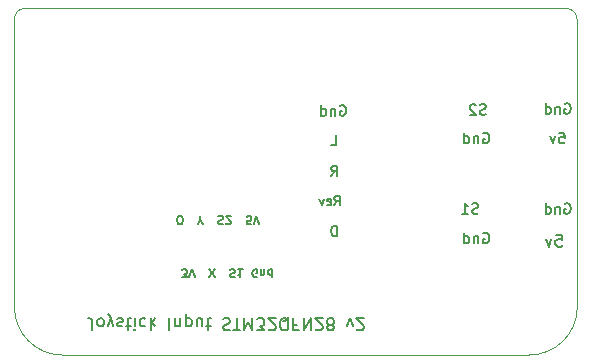
<source format=gbr>
G04 #@! TF.GenerationSoftware,KiCad,Pcbnew,(6.0.0)*
G04 #@! TF.CreationDate,2022-07-24T22:02:11-05:00*
G04 #@! TF.ProjectId,InputJoyStickSTM32QFN28,496e7075-744a-46f7-9953-7469636b5354,rev?*
G04 #@! TF.SameCoordinates,Original*
G04 #@! TF.FileFunction,Legend,Bot*
G04 #@! TF.FilePolarity,Positive*
%FSLAX46Y46*%
G04 Gerber Fmt 4.6, Leading zero omitted, Abs format (unit mm)*
G04 Created by KiCad (PCBNEW (6.0.0)) date 2022-07-24 22:02:11*
%MOMM*%
%LPD*%
G01*
G04 APERTURE LIST*
%ADD10C,0.152400*%
%ADD11C,0.187500*%
G04 #@! TA.AperFunction,Profile*
%ADD12C,0.050000*%
G04 #@! TD*
%ADD13C,0.175000*%
G04 APERTURE END LIST*
D10*
X172271500Y-104455500D02*
X172356166Y-104413166D01*
X172483166Y-104413166D01*
X172610166Y-104455500D01*
X172694833Y-104540166D01*
X172737166Y-104624833D01*
X172779500Y-104794166D01*
X172779500Y-104921166D01*
X172737166Y-105090500D01*
X172694833Y-105175166D01*
X172610166Y-105259833D01*
X172483166Y-105302166D01*
X172398500Y-105302166D01*
X172271500Y-105259833D01*
X172229166Y-105217500D01*
X172229166Y-104921166D01*
X172398500Y-104921166D01*
X171848166Y-104709500D02*
X171848166Y-105302166D01*
X171848166Y-104794166D02*
X171805833Y-104751833D01*
X171721166Y-104709500D01*
X171594166Y-104709500D01*
X171509500Y-104751833D01*
X171467166Y-104836500D01*
X171467166Y-105302166D01*
X170662833Y-105302166D02*
X170662833Y-104413166D01*
X170662833Y-105259833D02*
X170747500Y-105302166D01*
X170916833Y-105302166D01*
X171001500Y-105259833D01*
X171043833Y-105217500D01*
X171086166Y-105132833D01*
X171086166Y-104878833D01*
X171043833Y-104794166D01*
X171001500Y-104751833D01*
X170916833Y-104709500D01*
X170747500Y-104709500D01*
X170662833Y-104751833D01*
X172271500Y-95955500D02*
X172356166Y-95913166D01*
X172483166Y-95913166D01*
X172610166Y-95955500D01*
X172694833Y-96040166D01*
X172737166Y-96124833D01*
X172779500Y-96294166D01*
X172779500Y-96421166D01*
X172737166Y-96590500D01*
X172694833Y-96675166D01*
X172610166Y-96759833D01*
X172483166Y-96802166D01*
X172398500Y-96802166D01*
X172271500Y-96759833D01*
X172229166Y-96717500D01*
X172229166Y-96421166D01*
X172398500Y-96421166D01*
X171848166Y-96209500D02*
X171848166Y-96802166D01*
X171848166Y-96294166D02*
X171805833Y-96251833D01*
X171721166Y-96209500D01*
X171594166Y-96209500D01*
X171509500Y-96251833D01*
X171467166Y-96336500D01*
X171467166Y-96802166D01*
X170662833Y-96802166D02*
X170662833Y-95913166D01*
X170662833Y-96759833D02*
X170747500Y-96802166D01*
X170916833Y-96802166D01*
X171001500Y-96759833D01*
X171043833Y-96717500D01*
X171086166Y-96632833D01*
X171086166Y-96378833D01*
X171043833Y-96294166D01*
X171001500Y-96251833D01*
X170916833Y-96209500D01*
X170747500Y-96209500D01*
X170662833Y-96251833D01*
X178727000Y-95913166D02*
X179150333Y-95913166D01*
X179192666Y-96336500D01*
X179150333Y-96294166D01*
X179065666Y-96251833D01*
X178854000Y-96251833D01*
X178769333Y-96294166D01*
X178727000Y-96336500D01*
X178684666Y-96421166D01*
X178684666Y-96632833D01*
X178727000Y-96717500D01*
X178769333Y-96759833D01*
X178854000Y-96802166D01*
X179065666Y-96802166D01*
X179150333Y-96759833D01*
X179192666Y-96717500D01*
X178388333Y-96209500D02*
X178176666Y-96802166D01*
X177965000Y-96209500D01*
D11*
X172477333Y-94359833D02*
X172350333Y-94402166D01*
X172138666Y-94402166D01*
X172054000Y-94359833D01*
X172011666Y-94317500D01*
X171969333Y-94232833D01*
X171969333Y-94148166D01*
X172011666Y-94063500D01*
X172054000Y-94021166D01*
X172138666Y-93978833D01*
X172308000Y-93936500D01*
X172392666Y-93894166D01*
X172435000Y-93851833D01*
X172477333Y-93767166D01*
X172477333Y-93682500D01*
X172435000Y-93597833D01*
X172392666Y-93555500D01*
X172308000Y-93513166D01*
X172096333Y-93513166D01*
X171969333Y-93555500D01*
X171630666Y-93597833D02*
X171588333Y-93555500D01*
X171503666Y-93513166D01*
X171292000Y-93513166D01*
X171207333Y-93555500D01*
X171165000Y-93597833D01*
X171122666Y-93682500D01*
X171122666Y-93767166D01*
X171165000Y-93894166D01*
X171673000Y-94402166D01*
X171122666Y-94402166D01*
X171877333Y-102759833D02*
X171750333Y-102802166D01*
X171538666Y-102802166D01*
X171454000Y-102759833D01*
X171411666Y-102717500D01*
X171369333Y-102632833D01*
X171369333Y-102548166D01*
X171411666Y-102463500D01*
X171454000Y-102421166D01*
X171538666Y-102378833D01*
X171708000Y-102336500D01*
X171792666Y-102294166D01*
X171835000Y-102251833D01*
X171877333Y-102167166D01*
X171877333Y-102082500D01*
X171835000Y-101997833D01*
X171792666Y-101955500D01*
X171708000Y-101913166D01*
X171496333Y-101913166D01*
X171369333Y-101955500D01*
X170522666Y-102802166D02*
X171030666Y-102802166D01*
X170776666Y-102802166D02*
X170776666Y-101913166D01*
X170861333Y-102040166D01*
X170946000Y-102124833D01*
X171030666Y-102167166D01*
D10*
X179171500Y-93455500D02*
X179256166Y-93413166D01*
X179383166Y-93413166D01*
X179510166Y-93455500D01*
X179594833Y-93540166D01*
X179637166Y-93624833D01*
X179679500Y-93794166D01*
X179679500Y-93921166D01*
X179637166Y-94090500D01*
X179594833Y-94175166D01*
X179510166Y-94259833D01*
X179383166Y-94302166D01*
X179298500Y-94302166D01*
X179171500Y-94259833D01*
X179129166Y-94217500D01*
X179129166Y-93921166D01*
X179298500Y-93921166D01*
X178748166Y-93709500D02*
X178748166Y-94302166D01*
X178748166Y-93794166D02*
X178705833Y-93751833D01*
X178621166Y-93709500D01*
X178494166Y-93709500D01*
X178409500Y-93751833D01*
X178367166Y-93836500D01*
X178367166Y-94302166D01*
X177562833Y-94302166D02*
X177562833Y-93413166D01*
X177562833Y-94259833D02*
X177647500Y-94302166D01*
X177816833Y-94302166D01*
X177901500Y-94259833D01*
X177943833Y-94217500D01*
X177986166Y-94132833D01*
X177986166Y-93878833D01*
X177943833Y-93794166D01*
X177901500Y-93751833D01*
X177816833Y-93709500D01*
X177647500Y-93709500D01*
X177562833Y-93751833D01*
X160171500Y-93655500D02*
X160256166Y-93613166D01*
X160383166Y-93613166D01*
X160510166Y-93655500D01*
X160594833Y-93740166D01*
X160637166Y-93824833D01*
X160679500Y-93994166D01*
X160679500Y-94121166D01*
X160637166Y-94290500D01*
X160594833Y-94375166D01*
X160510166Y-94459833D01*
X160383166Y-94502166D01*
X160298500Y-94502166D01*
X160171500Y-94459833D01*
X160129166Y-94417500D01*
X160129166Y-94121166D01*
X160298500Y-94121166D01*
X159748166Y-93909500D02*
X159748166Y-94502166D01*
X159748166Y-93994166D02*
X159705833Y-93951833D01*
X159621166Y-93909500D01*
X159494166Y-93909500D01*
X159409500Y-93951833D01*
X159367166Y-94036500D01*
X159367166Y-94502166D01*
X158562833Y-94502166D02*
X158562833Y-93613166D01*
X158562833Y-94459833D02*
X158647500Y-94502166D01*
X158816833Y-94502166D01*
X158901500Y-94459833D01*
X158943833Y-94417500D01*
X158986166Y-94332833D01*
X158986166Y-94078833D01*
X158943833Y-93994166D01*
X158901500Y-93951833D01*
X158816833Y-93909500D01*
X158647500Y-93909500D01*
X158562833Y-93951833D01*
D12*
X180239940Y-86360000D02*
G75*
G03*
X179279873Y-85389743I-965162J5095D01*
G01*
X133489685Y-85389720D02*
G75*
G03*
X132588000Y-86296602I0J-901700D01*
G01*
D10*
X159424833Y-97002166D02*
X159848166Y-97002166D01*
X159848166Y-96113166D01*
X159932833Y-104702166D02*
X159932833Y-103813166D01*
X159721166Y-103813166D01*
X159594166Y-103855500D01*
X159509500Y-103940166D01*
X159467166Y-104024833D01*
X159424833Y-104194166D01*
X159424833Y-104321166D01*
X159467166Y-104490500D01*
X159509500Y-104575166D01*
X159594166Y-104659833D01*
X159721166Y-104702166D01*
X159932833Y-104702166D01*
X159424833Y-99602166D02*
X159721166Y-99178833D01*
X159932833Y-99602166D02*
X159932833Y-98713166D01*
X159594166Y-98713166D01*
X159509500Y-98755500D01*
X159467166Y-98797833D01*
X159424833Y-98882500D01*
X159424833Y-99009500D01*
X159467166Y-99094166D01*
X159509500Y-99136500D01*
X159594166Y-99178833D01*
X159932833Y-99178833D01*
X159681000Y-102044714D02*
X159935000Y-101681857D01*
X160116428Y-102044714D02*
X160116428Y-101282714D01*
X159826142Y-101282714D01*
X159753571Y-101319000D01*
X159717285Y-101355285D01*
X159681000Y-101427857D01*
X159681000Y-101536714D01*
X159717285Y-101609285D01*
X159753571Y-101645571D01*
X159826142Y-101681857D01*
X160116428Y-101681857D01*
X159064142Y-102008428D02*
X159136714Y-102044714D01*
X159281857Y-102044714D01*
X159354428Y-102008428D01*
X159390714Y-101935857D01*
X159390714Y-101645571D01*
X159354428Y-101573000D01*
X159281857Y-101536714D01*
X159136714Y-101536714D01*
X159064142Y-101573000D01*
X159027857Y-101645571D01*
X159027857Y-101718142D01*
X159390714Y-101790714D01*
X158773857Y-101536714D02*
X158592428Y-102044714D01*
X158411000Y-101536714D01*
X179171500Y-101955500D02*
X179256166Y-101913166D01*
X179383166Y-101913166D01*
X179510166Y-101955500D01*
X179594833Y-102040166D01*
X179637166Y-102124833D01*
X179679500Y-102294166D01*
X179679500Y-102421166D01*
X179637166Y-102590500D01*
X179594833Y-102675166D01*
X179510166Y-102759833D01*
X179383166Y-102802166D01*
X179298500Y-102802166D01*
X179171500Y-102759833D01*
X179129166Y-102717500D01*
X179129166Y-102421166D01*
X179298500Y-102421166D01*
X178748166Y-102209500D02*
X178748166Y-102802166D01*
X178748166Y-102294166D02*
X178705833Y-102251833D01*
X178621166Y-102209500D01*
X178494166Y-102209500D01*
X178409500Y-102251833D01*
X178367166Y-102336500D01*
X178367166Y-102802166D01*
X177562833Y-102802166D02*
X177562833Y-101913166D01*
X177562833Y-102759833D02*
X177647500Y-102802166D01*
X177816833Y-102802166D01*
X177901500Y-102759833D01*
X177943833Y-102717500D01*
X177986166Y-102632833D01*
X177986166Y-102378833D01*
X177943833Y-102294166D01*
X177901500Y-102251833D01*
X177816833Y-102209500D01*
X177647500Y-102209500D01*
X177562833Y-102251833D01*
D13*
X146759200Y-108174333D02*
X147192533Y-108174333D01*
X146959200Y-107907666D01*
X147059200Y-107907666D01*
X147125866Y-107874333D01*
X147159200Y-107841000D01*
X147192533Y-107774333D01*
X147192533Y-107607666D01*
X147159200Y-107541000D01*
X147125866Y-107507666D01*
X147059200Y-107474333D01*
X146859200Y-107474333D01*
X146792533Y-107507666D01*
X146759200Y-107541000D01*
X147392533Y-108174333D02*
X147625866Y-107474333D01*
X147859200Y-108174333D01*
X149092533Y-108174333D02*
X149559200Y-107474333D01*
X149559200Y-108174333D02*
X149092533Y-107474333D01*
X150859200Y-107507666D02*
X150959200Y-107474333D01*
X151125866Y-107474333D01*
X151192533Y-107507666D01*
X151225866Y-107541000D01*
X151259200Y-107607666D01*
X151259200Y-107674333D01*
X151225866Y-107741000D01*
X151192533Y-107774333D01*
X151125866Y-107807666D01*
X150992533Y-107841000D01*
X150925866Y-107874333D01*
X150892533Y-107907666D01*
X150859200Y-107974333D01*
X150859200Y-108041000D01*
X150892533Y-108107666D01*
X150925866Y-108141000D01*
X150992533Y-108174333D01*
X151159200Y-108174333D01*
X151259200Y-108141000D01*
X151925866Y-107474333D02*
X151525866Y-107474333D01*
X151725866Y-107474333D02*
X151725866Y-108174333D01*
X151659200Y-108074333D01*
X151592533Y-108007666D01*
X151525866Y-107974333D01*
X153125866Y-108141000D02*
X153059200Y-108174333D01*
X152959200Y-108174333D01*
X152859200Y-108141000D01*
X152792533Y-108074333D01*
X152759200Y-108007666D01*
X152725866Y-107874333D01*
X152725866Y-107774333D01*
X152759200Y-107641000D01*
X152792533Y-107574333D01*
X152859200Y-107507666D01*
X152959200Y-107474333D01*
X153025866Y-107474333D01*
X153125866Y-107507666D01*
X153159200Y-107541000D01*
X153159200Y-107774333D01*
X153025866Y-107774333D01*
X153459200Y-107941000D02*
X153459200Y-107474333D01*
X153459200Y-107874333D02*
X153492533Y-107907666D01*
X153559200Y-107941000D01*
X153659200Y-107941000D01*
X153725866Y-107907666D01*
X153759200Y-107841000D01*
X153759200Y-107474333D01*
X154392533Y-107474333D02*
X154392533Y-108174333D01*
X154392533Y-107507666D02*
X154325866Y-107474333D01*
X154192533Y-107474333D01*
X154125866Y-107507666D01*
X154092533Y-107541000D01*
X154059200Y-107607666D01*
X154059200Y-107807666D01*
X154092533Y-107874333D01*
X154125866Y-107907666D01*
X154192533Y-107941000D01*
X154325866Y-107941000D01*
X154392533Y-107907666D01*
X146542533Y-103666333D02*
X146675866Y-103666333D01*
X146742533Y-103633000D01*
X146809200Y-103566333D01*
X146842533Y-103433000D01*
X146842533Y-103199666D01*
X146809200Y-103066333D01*
X146742533Y-102999666D01*
X146675866Y-102966333D01*
X146542533Y-102966333D01*
X146475866Y-102999666D01*
X146409200Y-103066333D01*
X146375866Y-103199666D01*
X146375866Y-103433000D01*
X146409200Y-103566333D01*
X146475866Y-103633000D01*
X146542533Y-103666333D01*
X148342533Y-103299666D02*
X148342533Y-102966333D01*
X148109200Y-103666333D02*
X148342533Y-103299666D01*
X148575866Y-103666333D01*
X149842533Y-102999666D02*
X149942533Y-102966333D01*
X150109200Y-102966333D01*
X150175866Y-102999666D01*
X150209200Y-103033000D01*
X150242533Y-103099666D01*
X150242533Y-103166333D01*
X150209200Y-103233000D01*
X150175866Y-103266333D01*
X150109200Y-103299666D01*
X149975866Y-103333000D01*
X149909200Y-103366333D01*
X149875866Y-103399666D01*
X149842533Y-103466333D01*
X149842533Y-103533000D01*
X149875866Y-103599666D01*
X149909200Y-103633000D01*
X149975866Y-103666333D01*
X150142533Y-103666333D01*
X150242533Y-103633000D01*
X150509200Y-103599666D02*
X150542533Y-103633000D01*
X150609200Y-103666333D01*
X150775866Y-103666333D01*
X150842533Y-103633000D01*
X150875866Y-103599666D01*
X150909200Y-103533000D01*
X150909200Y-103466333D01*
X150875866Y-103366333D01*
X150475866Y-102966333D01*
X150909200Y-102966333D01*
X152609200Y-103666333D02*
X152275866Y-103666333D01*
X152242533Y-103333000D01*
X152275866Y-103366333D01*
X152342533Y-103399666D01*
X152509200Y-103399666D01*
X152575866Y-103366333D01*
X152609200Y-103333000D01*
X152642533Y-103266333D01*
X152642533Y-103099666D01*
X152609200Y-103033000D01*
X152575866Y-102999666D01*
X152509200Y-102966333D01*
X152342533Y-102966333D01*
X152275866Y-102999666D01*
X152242533Y-103033000D01*
X152842533Y-103666333D02*
X153075866Y-102966333D01*
X153309200Y-103666333D01*
D11*
X139178857Y-112656380D02*
X139178857Y-111930666D01*
X139130476Y-111785523D01*
X139033714Y-111688761D01*
X138888571Y-111640380D01*
X138791809Y-111640380D01*
X139807809Y-111640380D02*
X139711047Y-111688761D01*
X139662666Y-111737142D01*
X139614285Y-111833904D01*
X139614285Y-112124190D01*
X139662666Y-112220952D01*
X139711047Y-112269333D01*
X139807809Y-112317714D01*
X139952952Y-112317714D01*
X140049714Y-112269333D01*
X140098095Y-112220952D01*
X140146476Y-112124190D01*
X140146476Y-111833904D01*
X140098095Y-111737142D01*
X140049714Y-111688761D01*
X139952952Y-111640380D01*
X139807809Y-111640380D01*
X140485142Y-112317714D02*
X140727047Y-111640380D01*
X140968952Y-112317714D02*
X140727047Y-111640380D01*
X140630285Y-111398476D01*
X140581904Y-111350095D01*
X140485142Y-111301714D01*
X141307619Y-111688761D02*
X141404380Y-111640380D01*
X141597904Y-111640380D01*
X141694666Y-111688761D01*
X141743047Y-111785523D01*
X141743047Y-111833904D01*
X141694666Y-111930666D01*
X141597904Y-111979047D01*
X141452761Y-111979047D01*
X141356000Y-112027428D01*
X141307619Y-112124190D01*
X141307619Y-112172571D01*
X141356000Y-112269333D01*
X141452761Y-112317714D01*
X141597904Y-112317714D01*
X141694666Y-112269333D01*
X142033333Y-112317714D02*
X142420380Y-112317714D01*
X142178476Y-112656380D02*
X142178476Y-111785523D01*
X142226857Y-111688761D01*
X142323619Y-111640380D01*
X142420380Y-111640380D01*
X142759047Y-111640380D02*
X142759047Y-112317714D01*
X142759047Y-112656380D02*
X142710666Y-112608000D01*
X142759047Y-112559619D01*
X142807428Y-112608000D01*
X142759047Y-112656380D01*
X142759047Y-112559619D01*
X143678285Y-111688761D02*
X143581523Y-111640380D01*
X143388000Y-111640380D01*
X143291238Y-111688761D01*
X143242857Y-111737142D01*
X143194476Y-111833904D01*
X143194476Y-112124190D01*
X143242857Y-112220952D01*
X143291238Y-112269333D01*
X143388000Y-112317714D01*
X143581523Y-112317714D01*
X143678285Y-112269333D01*
X144113714Y-111640380D02*
X144113714Y-112656380D01*
X144210476Y-112027428D02*
X144500761Y-111640380D01*
X144500761Y-112317714D02*
X144113714Y-111930666D01*
X145710285Y-111640380D02*
X145710285Y-112656380D01*
X146194095Y-112317714D02*
X146194095Y-111640380D01*
X146194095Y-112220952D02*
X146242476Y-112269333D01*
X146339238Y-112317714D01*
X146484380Y-112317714D01*
X146581142Y-112269333D01*
X146629523Y-112172571D01*
X146629523Y-111640380D01*
X147113333Y-112317714D02*
X147113333Y-111301714D01*
X147113333Y-112269333D02*
X147210095Y-112317714D01*
X147403619Y-112317714D01*
X147500380Y-112269333D01*
X147548761Y-112220952D01*
X147597142Y-112124190D01*
X147597142Y-111833904D01*
X147548761Y-111737142D01*
X147500380Y-111688761D01*
X147403619Y-111640380D01*
X147210095Y-111640380D01*
X147113333Y-111688761D01*
X148468000Y-112317714D02*
X148468000Y-111640380D01*
X148032571Y-112317714D02*
X148032571Y-111785523D01*
X148080952Y-111688761D01*
X148177714Y-111640380D01*
X148322857Y-111640380D01*
X148419619Y-111688761D01*
X148468000Y-111737142D01*
X148806666Y-112317714D02*
X149193714Y-112317714D01*
X148951809Y-112656380D02*
X148951809Y-111785523D01*
X149000190Y-111688761D01*
X149096952Y-111640380D01*
X149193714Y-111640380D01*
X150258095Y-111688761D02*
X150403238Y-111640380D01*
X150645142Y-111640380D01*
X150741904Y-111688761D01*
X150790285Y-111737142D01*
X150838666Y-111833904D01*
X150838666Y-111930666D01*
X150790285Y-112027428D01*
X150741904Y-112075809D01*
X150645142Y-112124190D01*
X150451619Y-112172571D01*
X150354857Y-112220952D01*
X150306476Y-112269333D01*
X150258095Y-112366095D01*
X150258095Y-112462857D01*
X150306476Y-112559619D01*
X150354857Y-112608000D01*
X150451619Y-112656380D01*
X150693523Y-112656380D01*
X150838666Y-112608000D01*
X151128952Y-112656380D02*
X151709523Y-112656380D01*
X151419238Y-111640380D02*
X151419238Y-112656380D01*
X152048190Y-111640380D02*
X152048190Y-112656380D01*
X152386857Y-111930666D01*
X152725523Y-112656380D01*
X152725523Y-111640380D01*
X153112571Y-112656380D02*
X153741523Y-112656380D01*
X153402857Y-112269333D01*
X153548000Y-112269333D01*
X153644761Y-112220952D01*
X153693142Y-112172571D01*
X153741523Y-112075809D01*
X153741523Y-111833904D01*
X153693142Y-111737142D01*
X153644761Y-111688761D01*
X153548000Y-111640380D01*
X153257714Y-111640380D01*
X153160952Y-111688761D01*
X153112571Y-111737142D01*
X154128571Y-112559619D02*
X154176952Y-112608000D01*
X154273714Y-112656380D01*
X154515619Y-112656380D01*
X154612380Y-112608000D01*
X154660761Y-112559619D01*
X154709142Y-112462857D01*
X154709142Y-112366095D01*
X154660761Y-112220952D01*
X154080190Y-111640380D01*
X154709142Y-111640380D01*
X155821904Y-111543619D02*
X155725142Y-111592000D01*
X155628380Y-111688761D01*
X155483238Y-111833904D01*
X155386476Y-111882285D01*
X155289714Y-111882285D01*
X155338095Y-111640380D02*
X155241333Y-111688761D01*
X155144571Y-111785523D01*
X155096190Y-111979047D01*
X155096190Y-112317714D01*
X155144571Y-112511238D01*
X155241333Y-112608000D01*
X155338095Y-112656380D01*
X155531619Y-112656380D01*
X155628380Y-112608000D01*
X155725142Y-112511238D01*
X155773523Y-112317714D01*
X155773523Y-111979047D01*
X155725142Y-111785523D01*
X155628380Y-111688761D01*
X155531619Y-111640380D01*
X155338095Y-111640380D01*
X156547619Y-112172571D02*
X156208952Y-112172571D01*
X156208952Y-111640380D02*
X156208952Y-112656380D01*
X156692761Y-112656380D01*
X157079809Y-111640380D02*
X157079809Y-112656380D01*
X157660380Y-111640380D01*
X157660380Y-112656380D01*
X158095809Y-112559619D02*
X158144190Y-112608000D01*
X158240952Y-112656380D01*
X158482857Y-112656380D01*
X158579619Y-112608000D01*
X158628000Y-112559619D01*
X158676380Y-112462857D01*
X158676380Y-112366095D01*
X158628000Y-112220952D01*
X158047428Y-111640380D01*
X158676380Y-111640380D01*
X159256952Y-112220952D02*
X159160190Y-112269333D01*
X159111809Y-112317714D01*
X159063428Y-112414476D01*
X159063428Y-112462857D01*
X159111809Y-112559619D01*
X159160190Y-112608000D01*
X159256952Y-112656380D01*
X159450476Y-112656380D01*
X159547238Y-112608000D01*
X159595619Y-112559619D01*
X159644000Y-112462857D01*
X159644000Y-112414476D01*
X159595619Y-112317714D01*
X159547238Y-112269333D01*
X159450476Y-112220952D01*
X159256952Y-112220952D01*
X159160190Y-112172571D01*
X159111809Y-112124190D01*
X159063428Y-112027428D01*
X159063428Y-111833904D01*
X159111809Y-111737142D01*
X159160190Y-111688761D01*
X159256952Y-111640380D01*
X159450476Y-111640380D01*
X159547238Y-111688761D01*
X159595619Y-111737142D01*
X159644000Y-111833904D01*
X159644000Y-112027428D01*
X159595619Y-112124190D01*
X159547238Y-112172571D01*
X159450476Y-112220952D01*
X160756761Y-112317714D02*
X160998666Y-111640380D01*
X161240571Y-112317714D01*
X161579238Y-112559619D02*
X161627619Y-112608000D01*
X161724380Y-112656380D01*
X161966285Y-112656380D01*
X162063047Y-112608000D01*
X162111428Y-112559619D01*
X162159809Y-112462857D01*
X162159809Y-112366095D01*
X162111428Y-112220952D01*
X161530857Y-111640380D01*
X162159809Y-111640380D01*
D10*
X178445142Y-104543619D02*
X178928952Y-104543619D01*
X178977333Y-105027428D01*
X178928952Y-104979047D01*
X178832190Y-104930666D01*
X178590285Y-104930666D01*
X178493523Y-104979047D01*
X178445142Y-105027428D01*
X178396761Y-105124190D01*
X178396761Y-105366095D01*
X178445142Y-105462857D01*
X178493523Y-105511238D01*
X178590285Y-105559619D01*
X178832190Y-105559619D01*
X178928952Y-105511238D01*
X178977333Y-105462857D01*
X178058095Y-104882285D02*
X177816190Y-105559619D01*
X177574285Y-104882285D01*
D12*
X132588000Y-110680500D02*
X132588000Y-86296602D01*
X132588000Y-110680500D02*
G75*
G03*
X136652000Y-114744500I4064000J0D01*
G01*
X176153080Y-114744500D02*
X136652000Y-114744500D01*
X180239940Y-86360000D02*
X180250164Y-110667800D01*
X176153080Y-114744500D02*
G75*
G03*
X180250164Y-110670340I22860J4074160D01*
G01*
X179279820Y-85389720D02*
X133489685Y-85389720D01*
M02*

</source>
